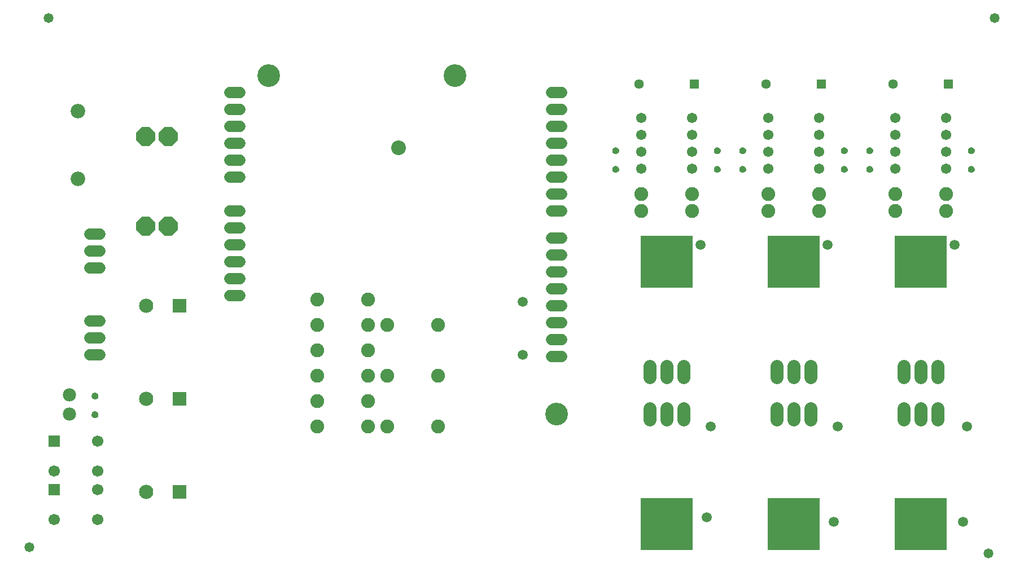
<source format=gbr>
G04 EAGLE Gerber RS-274X export*
G75*
%MOMM*%
%FSLAX34Y34*%
%LPD*%
%INSoldermask Top*%
%IPPOS*%
%AMOC8*
5,1,8,0,0,1.08239X$1,22.5*%
G01*
%ADD10C,1.473200*%
%ADD11C,1.727200*%
%ADD12C,1.546600*%
%ADD13C,3.403200*%
%ADD14C,2.203200*%
%ADD15R,1.441200X1.441200*%
%ADD16C,1.441200*%
%ADD17C,2.082800*%
%ADD18C,1.701200*%
%ADD19R,1.701200X1.701200*%
%ADD20C,1.917700*%
%ADD21R,7.823200X7.823200*%
%ADD22P,3.061215X8X292.500000*%
%ADD23C,2.184400*%
%ADD24C,2.133600*%
%ADD25R,2.133600X2.133600*%
%ADD26C,1.981200*%
%ADD27C,1.503200*%

G36*
X1017011Y783791D02*
X1017011Y783791D01*
X1017060Y783805D01*
X1017150Y783821D01*
X1018106Y784137D01*
X1018151Y784161D01*
X1018235Y784197D01*
X1019096Y784718D01*
X1019134Y784751D01*
X1019209Y784804D01*
X1019933Y785504D01*
X1019962Y785545D01*
X1020023Y785614D01*
X1020573Y786457D01*
X1020593Y786503D01*
X1020637Y786584D01*
X1020985Y787528D01*
X1020994Y787578D01*
X1021019Y787666D01*
X1021149Y788664D01*
X1021147Y788707D01*
X1021148Y788833D01*
X1021009Y789844D01*
X1020993Y789892D01*
X1020974Y789982D01*
X1020612Y790937D01*
X1020586Y790980D01*
X1020548Y791064D01*
X1019983Y791914D01*
X1019948Y791951D01*
X1019891Y792023D01*
X1019152Y792727D01*
X1019109Y792755D01*
X1019038Y792813D01*
X1018160Y793334D01*
X1018113Y793352D01*
X1018031Y793393D01*
X1017059Y793706D01*
X1017009Y793713D01*
X1016920Y793734D01*
X1015902Y793823D01*
X1015852Y793818D01*
X1015761Y793819D01*
X1014797Y793688D01*
X1014749Y793672D01*
X1014660Y793653D01*
X1013749Y793311D01*
X1013706Y793285D01*
X1013623Y793246D01*
X1012811Y792709D01*
X1012775Y792674D01*
X1012702Y792618D01*
X1012030Y791914D01*
X1012003Y791872D01*
X1011944Y791801D01*
X1011446Y790966D01*
X1011428Y790918D01*
X1011388Y790836D01*
X1011088Y789911D01*
X1011081Y789860D01*
X1011059Y789771D01*
X1010973Y788802D01*
X1010977Y788755D01*
X1010974Y788680D01*
X1011076Y787704D01*
X1011090Y787656D01*
X1011106Y787566D01*
X1011422Y786637D01*
X1011447Y786593D01*
X1011483Y786508D01*
X1011997Y785673D01*
X1012031Y785636D01*
X1012085Y785561D01*
X1012773Y784862D01*
X1012814Y784832D01*
X1012883Y784772D01*
X1013710Y784243D01*
X1013756Y784224D01*
X1013837Y784180D01*
X1014760Y783848D01*
X1014810Y783840D01*
X1014899Y783815D01*
X1015873Y783697D01*
X1015923Y783700D01*
X1016009Y783696D01*
X1017011Y783791D01*
G37*
G36*
X1055111Y783791D02*
X1055111Y783791D01*
X1055160Y783805D01*
X1055250Y783821D01*
X1056206Y784137D01*
X1056251Y784161D01*
X1056335Y784197D01*
X1057196Y784718D01*
X1057234Y784751D01*
X1057309Y784804D01*
X1058033Y785504D01*
X1058062Y785545D01*
X1058123Y785614D01*
X1058673Y786457D01*
X1058693Y786503D01*
X1058737Y786584D01*
X1059085Y787528D01*
X1059094Y787578D01*
X1059119Y787666D01*
X1059249Y788664D01*
X1059247Y788707D01*
X1059248Y788833D01*
X1059109Y789844D01*
X1059093Y789892D01*
X1059074Y789982D01*
X1058712Y790937D01*
X1058686Y790980D01*
X1058648Y791064D01*
X1058083Y791914D01*
X1058048Y791951D01*
X1057991Y792023D01*
X1057252Y792727D01*
X1057209Y792755D01*
X1057138Y792813D01*
X1056260Y793334D01*
X1056213Y793352D01*
X1056131Y793393D01*
X1055159Y793706D01*
X1055109Y793713D01*
X1055020Y793734D01*
X1054002Y793823D01*
X1053952Y793818D01*
X1053861Y793819D01*
X1052897Y793688D01*
X1052849Y793672D01*
X1052760Y793653D01*
X1051849Y793311D01*
X1051806Y793285D01*
X1051723Y793246D01*
X1050911Y792709D01*
X1050875Y792674D01*
X1050802Y792618D01*
X1050130Y791914D01*
X1050103Y791872D01*
X1050044Y791801D01*
X1049546Y790966D01*
X1049528Y790918D01*
X1049488Y790836D01*
X1049188Y789911D01*
X1049181Y789860D01*
X1049159Y789771D01*
X1049073Y788802D01*
X1049077Y788755D01*
X1049074Y788680D01*
X1049176Y787704D01*
X1049190Y787656D01*
X1049206Y787566D01*
X1049522Y786637D01*
X1049547Y786593D01*
X1049583Y786508D01*
X1050097Y785673D01*
X1050131Y785636D01*
X1050185Y785561D01*
X1050873Y784862D01*
X1050914Y784832D01*
X1050983Y784772D01*
X1051810Y784243D01*
X1051856Y784224D01*
X1051937Y784180D01*
X1052860Y783848D01*
X1052910Y783840D01*
X1052999Y783815D01*
X1053973Y783697D01*
X1054023Y783700D01*
X1054109Y783696D01*
X1055111Y783791D01*
G37*
G36*
X864611Y783791D02*
X864611Y783791D01*
X864660Y783805D01*
X864750Y783821D01*
X865706Y784137D01*
X865751Y784161D01*
X865835Y784197D01*
X866696Y784718D01*
X866734Y784751D01*
X866809Y784804D01*
X867533Y785504D01*
X867562Y785545D01*
X867623Y785614D01*
X868173Y786457D01*
X868193Y786503D01*
X868237Y786584D01*
X868585Y787528D01*
X868594Y787578D01*
X868619Y787666D01*
X868749Y788664D01*
X868747Y788707D01*
X868748Y788833D01*
X868609Y789844D01*
X868593Y789892D01*
X868574Y789982D01*
X868212Y790937D01*
X868186Y790980D01*
X868148Y791064D01*
X867583Y791914D01*
X867548Y791951D01*
X867491Y792023D01*
X866752Y792727D01*
X866709Y792755D01*
X866638Y792813D01*
X865760Y793334D01*
X865713Y793352D01*
X865631Y793393D01*
X864659Y793706D01*
X864609Y793713D01*
X864520Y793734D01*
X863502Y793823D01*
X863452Y793818D01*
X863361Y793819D01*
X862397Y793688D01*
X862349Y793672D01*
X862260Y793653D01*
X861349Y793311D01*
X861306Y793285D01*
X861223Y793246D01*
X860411Y792709D01*
X860375Y792674D01*
X860302Y792618D01*
X859630Y791914D01*
X859603Y791872D01*
X859544Y791801D01*
X859046Y790966D01*
X859028Y790918D01*
X858988Y790836D01*
X858688Y789911D01*
X858681Y789860D01*
X858659Y789771D01*
X858573Y788802D01*
X858577Y788755D01*
X858574Y788680D01*
X858676Y787704D01*
X858690Y787656D01*
X858706Y787566D01*
X859022Y786637D01*
X859047Y786593D01*
X859083Y786508D01*
X859597Y785673D01*
X859631Y785636D01*
X859685Y785561D01*
X860373Y784862D01*
X860414Y784832D01*
X860483Y784772D01*
X861310Y784243D01*
X861356Y784224D01*
X861437Y784180D01*
X862360Y783848D01*
X862410Y783840D01*
X862499Y783815D01*
X863473Y783697D01*
X863523Y783700D01*
X863609Y783696D01*
X864611Y783791D01*
G37*
G36*
X1398011Y783791D02*
X1398011Y783791D01*
X1398060Y783805D01*
X1398150Y783821D01*
X1399106Y784137D01*
X1399151Y784161D01*
X1399235Y784197D01*
X1400096Y784718D01*
X1400134Y784751D01*
X1400209Y784804D01*
X1400933Y785504D01*
X1400962Y785545D01*
X1401023Y785614D01*
X1401573Y786457D01*
X1401593Y786503D01*
X1401637Y786584D01*
X1401985Y787528D01*
X1401994Y787578D01*
X1402019Y787666D01*
X1402149Y788664D01*
X1402147Y788707D01*
X1402148Y788833D01*
X1402009Y789844D01*
X1401993Y789892D01*
X1401974Y789982D01*
X1401612Y790937D01*
X1401586Y790980D01*
X1401548Y791064D01*
X1400983Y791914D01*
X1400948Y791951D01*
X1400891Y792023D01*
X1400152Y792727D01*
X1400109Y792755D01*
X1400038Y792813D01*
X1399160Y793334D01*
X1399113Y793352D01*
X1399031Y793393D01*
X1398059Y793706D01*
X1398009Y793713D01*
X1397920Y793734D01*
X1396902Y793823D01*
X1396852Y793818D01*
X1396761Y793819D01*
X1395797Y793688D01*
X1395749Y793672D01*
X1395660Y793653D01*
X1394749Y793311D01*
X1394706Y793285D01*
X1394623Y793246D01*
X1393811Y792709D01*
X1393775Y792674D01*
X1393702Y792618D01*
X1393030Y791914D01*
X1393003Y791872D01*
X1392944Y791801D01*
X1392446Y790966D01*
X1392428Y790918D01*
X1392388Y790836D01*
X1392088Y789911D01*
X1392081Y789860D01*
X1392059Y789771D01*
X1391973Y788802D01*
X1391977Y788755D01*
X1391974Y788680D01*
X1392076Y787704D01*
X1392090Y787656D01*
X1392106Y787566D01*
X1392422Y786637D01*
X1392447Y786593D01*
X1392483Y786508D01*
X1392997Y785673D01*
X1393031Y785636D01*
X1393085Y785561D01*
X1393773Y784862D01*
X1393814Y784832D01*
X1393883Y784772D01*
X1394710Y784243D01*
X1394756Y784224D01*
X1394837Y784180D01*
X1395760Y783848D01*
X1395810Y783840D01*
X1395899Y783815D01*
X1396873Y783697D01*
X1396923Y783700D01*
X1397009Y783696D01*
X1398011Y783791D01*
G37*
G36*
X1207511Y783791D02*
X1207511Y783791D01*
X1207560Y783805D01*
X1207650Y783821D01*
X1208606Y784137D01*
X1208651Y784161D01*
X1208735Y784197D01*
X1209596Y784718D01*
X1209634Y784751D01*
X1209709Y784804D01*
X1210433Y785504D01*
X1210462Y785545D01*
X1210523Y785614D01*
X1211073Y786457D01*
X1211093Y786503D01*
X1211137Y786584D01*
X1211485Y787528D01*
X1211494Y787578D01*
X1211519Y787666D01*
X1211649Y788664D01*
X1211647Y788707D01*
X1211648Y788833D01*
X1211509Y789844D01*
X1211493Y789892D01*
X1211474Y789982D01*
X1211112Y790937D01*
X1211086Y790980D01*
X1211048Y791064D01*
X1210483Y791914D01*
X1210448Y791951D01*
X1210391Y792023D01*
X1209652Y792727D01*
X1209609Y792755D01*
X1209538Y792813D01*
X1208660Y793334D01*
X1208613Y793352D01*
X1208531Y793393D01*
X1207559Y793706D01*
X1207509Y793713D01*
X1207420Y793734D01*
X1206402Y793823D01*
X1206352Y793818D01*
X1206261Y793819D01*
X1205297Y793688D01*
X1205249Y793672D01*
X1205160Y793653D01*
X1204249Y793311D01*
X1204206Y793285D01*
X1204123Y793246D01*
X1203311Y792709D01*
X1203275Y792674D01*
X1203202Y792618D01*
X1202530Y791914D01*
X1202503Y791872D01*
X1202444Y791801D01*
X1201946Y790966D01*
X1201928Y790918D01*
X1201888Y790836D01*
X1201588Y789911D01*
X1201581Y789860D01*
X1201559Y789771D01*
X1201473Y788802D01*
X1201477Y788755D01*
X1201474Y788680D01*
X1201576Y787704D01*
X1201590Y787656D01*
X1201606Y787566D01*
X1201922Y786637D01*
X1201947Y786593D01*
X1201983Y786508D01*
X1202497Y785673D01*
X1202531Y785636D01*
X1202585Y785561D01*
X1203273Y784862D01*
X1203314Y784832D01*
X1203383Y784772D01*
X1204210Y784243D01*
X1204256Y784224D01*
X1204337Y784180D01*
X1205260Y783848D01*
X1205310Y783840D01*
X1205399Y783815D01*
X1206373Y783697D01*
X1206423Y783700D01*
X1206509Y783696D01*
X1207511Y783791D01*
G37*
G36*
X1245611Y783791D02*
X1245611Y783791D01*
X1245660Y783805D01*
X1245750Y783821D01*
X1246706Y784137D01*
X1246751Y784161D01*
X1246835Y784197D01*
X1247696Y784718D01*
X1247734Y784751D01*
X1247809Y784804D01*
X1248533Y785504D01*
X1248562Y785545D01*
X1248623Y785614D01*
X1249173Y786457D01*
X1249193Y786503D01*
X1249237Y786584D01*
X1249585Y787528D01*
X1249594Y787578D01*
X1249619Y787666D01*
X1249749Y788664D01*
X1249747Y788707D01*
X1249748Y788833D01*
X1249609Y789844D01*
X1249593Y789892D01*
X1249574Y789982D01*
X1249212Y790937D01*
X1249186Y790980D01*
X1249148Y791064D01*
X1248583Y791914D01*
X1248548Y791951D01*
X1248491Y792023D01*
X1247752Y792727D01*
X1247709Y792755D01*
X1247638Y792813D01*
X1246760Y793334D01*
X1246713Y793352D01*
X1246631Y793393D01*
X1245659Y793706D01*
X1245609Y793713D01*
X1245520Y793734D01*
X1244502Y793823D01*
X1244452Y793818D01*
X1244361Y793819D01*
X1243397Y793688D01*
X1243349Y793672D01*
X1243260Y793653D01*
X1242349Y793311D01*
X1242306Y793285D01*
X1242223Y793246D01*
X1241411Y792709D01*
X1241375Y792674D01*
X1241302Y792618D01*
X1240630Y791914D01*
X1240603Y791872D01*
X1240544Y791801D01*
X1240046Y790966D01*
X1240028Y790918D01*
X1239988Y790836D01*
X1239688Y789911D01*
X1239681Y789860D01*
X1239659Y789771D01*
X1239573Y788802D01*
X1239577Y788755D01*
X1239574Y788680D01*
X1239676Y787704D01*
X1239690Y787656D01*
X1239706Y787566D01*
X1240022Y786637D01*
X1240047Y786593D01*
X1240083Y786508D01*
X1240597Y785673D01*
X1240631Y785636D01*
X1240685Y785561D01*
X1241373Y784862D01*
X1241414Y784832D01*
X1241483Y784772D01*
X1242310Y784243D01*
X1242356Y784224D01*
X1242437Y784180D01*
X1243360Y783848D01*
X1243410Y783840D01*
X1243499Y783815D01*
X1244473Y783697D01*
X1244523Y783700D01*
X1244609Y783696D01*
X1245611Y783791D01*
G37*
G36*
X1017011Y755800D02*
X1017011Y755800D01*
X1017060Y755814D01*
X1017150Y755830D01*
X1018106Y756146D01*
X1018151Y756170D01*
X1018235Y756206D01*
X1019096Y756727D01*
X1019134Y756760D01*
X1019209Y756813D01*
X1019933Y757513D01*
X1019962Y757554D01*
X1020023Y757623D01*
X1020573Y758466D01*
X1020593Y758512D01*
X1020637Y758593D01*
X1020985Y759537D01*
X1020994Y759587D01*
X1021019Y759675D01*
X1021149Y760673D01*
X1021147Y760716D01*
X1021148Y760842D01*
X1021009Y761853D01*
X1020993Y761901D01*
X1020974Y761991D01*
X1020612Y762946D01*
X1020586Y762989D01*
X1020548Y763073D01*
X1019983Y763923D01*
X1019948Y763960D01*
X1019891Y764032D01*
X1019152Y764736D01*
X1019109Y764764D01*
X1019038Y764822D01*
X1018160Y765343D01*
X1018113Y765361D01*
X1018031Y765402D01*
X1017059Y765715D01*
X1017009Y765722D01*
X1016920Y765743D01*
X1015902Y765832D01*
X1015852Y765827D01*
X1015761Y765828D01*
X1014797Y765697D01*
X1014749Y765681D01*
X1014660Y765662D01*
X1013749Y765320D01*
X1013706Y765294D01*
X1013623Y765255D01*
X1012811Y764718D01*
X1012775Y764683D01*
X1012702Y764627D01*
X1012030Y763923D01*
X1012003Y763881D01*
X1011944Y763810D01*
X1011446Y762975D01*
X1011428Y762927D01*
X1011388Y762845D01*
X1011088Y761920D01*
X1011081Y761869D01*
X1011059Y761780D01*
X1010973Y760811D01*
X1010977Y760764D01*
X1010974Y760689D01*
X1011076Y759713D01*
X1011090Y759665D01*
X1011106Y759575D01*
X1011422Y758646D01*
X1011447Y758602D01*
X1011483Y758517D01*
X1011997Y757682D01*
X1012031Y757645D01*
X1012085Y757570D01*
X1012773Y756871D01*
X1012814Y756841D01*
X1012883Y756781D01*
X1013710Y756252D01*
X1013756Y756233D01*
X1013837Y756189D01*
X1014760Y755857D01*
X1014810Y755849D01*
X1014899Y755824D01*
X1015873Y755706D01*
X1015923Y755709D01*
X1016009Y755705D01*
X1017011Y755800D01*
G37*
G36*
X1398011Y755800D02*
X1398011Y755800D01*
X1398060Y755814D01*
X1398150Y755830D01*
X1399106Y756146D01*
X1399151Y756170D01*
X1399235Y756206D01*
X1400096Y756727D01*
X1400134Y756760D01*
X1400209Y756813D01*
X1400933Y757513D01*
X1400962Y757554D01*
X1401023Y757623D01*
X1401573Y758466D01*
X1401593Y758512D01*
X1401637Y758593D01*
X1401985Y759537D01*
X1401994Y759587D01*
X1402019Y759675D01*
X1402149Y760673D01*
X1402147Y760716D01*
X1402148Y760842D01*
X1402009Y761853D01*
X1401993Y761901D01*
X1401974Y761991D01*
X1401612Y762946D01*
X1401586Y762989D01*
X1401548Y763073D01*
X1400983Y763923D01*
X1400948Y763960D01*
X1400891Y764032D01*
X1400152Y764736D01*
X1400109Y764764D01*
X1400038Y764822D01*
X1399160Y765343D01*
X1399113Y765361D01*
X1399031Y765402D01*
X1398059Y765715D01*
X1398009Y765722D01*
X1397920Y765743D01*
X1396902Y765832D01*
X1396852Y765827D01*
X1396761Y765828D01*
X1395797Y765697D01*
X1395749Y765681D01*
X1395660Y765662D01*
X1394749Y765320D01*
X1394706Y765294D01*
X1394623Y765255D01*
X1393811Y764718D01*
X1393775Y764683D01*
X1393702Y764627D01*
X1393030Y763923D01*
X1393003Y763881D01*
X1392944Y763810D01*
X1392446Y762975D01*
X1392428Y762927D01*
X1392388Y762845D01*
X1392088Y761920D01*
X1392081Y761869D01*
X1392059Y761780D01*
X1391973Y760811D01*
X1391977Y760764D01*
X1391974Y760689D01*
X1392076Y759713D01*
X1392090Y759665D01*
X1392106Y759575D01*
X1392422Y758646D01*
X1392447Y758602D01*
X1392483Y758517D01*
X1392997Y757682D01*
X1393031Y757645D01*
X1393085Y757570D01*
X1393773Y756871D01*
X1393814Y756841D01*
X1393883Y756781D01*
X1394710Y756252D01*
X1394756Y756233D01*
X1394837Y756189D01*
X1395760Y755857D01*
X1395810Y755849D01*
X1395899Y755824D01*
X1396873Y755706D01*
X1396923Y755709D01*
X1397009Y755705D01*
X1398011Y755800D01*
G37*
G36*
X1207511Y755800D02*
X1207511Y755800D01*
X1207560Y755814D01*
X1207650Y755830D01*
X1208606Y756146D01*
X1208651Y756170D01*
X1208735Y756206D01*
X1209596Y756727D01*
X1209634Y756760D01*
X1209709Y756813D01*
X1210433Y757513D01*
X1210462Y757554D01*
X1210523Y757623D01*
X1211073Y758466D01*
X1211093Y758512D01*
X1211137Y758593D01*
X1211485Y759537D01*
X1211494Y759587D01*
X1211519Y759675D01*
X1211649Y760673D01*
X1211647Y760716D01*
X1211648Y760842D01*
X1211509Y761853D01*
X1211493Y761901D01*
X1211474Y761991D01*
X1211112Y762946D01*
X1211086Y762989D01*
X1211048Y763073D01*
X1210483Y763923D01*
X1210448Y763960D01*
X1210391Y764032D01*
X1209652Y764736D01*
X1209609Y764764D01*
X1209538Y764822D01*
X1208660Y765343D01*
X1208613Y765361D01*
X1208531Y765402D01*
X1207559Y765715D01*
X1207509Y765722D01*
X1207420Y765743D01*
X1206402Y765832D01*
X1206352Y765827D01*
X1206261Y765828D01*
X1205297Y765697D01*
X1205249Y765681D01*
X1205160Y765662D01*
X1204249Y765320D01*
X1204206Y765294D01*
X1204123Y765255D01*
X1203311Y764718D01*
X1203275Y764683D01*
X1203202Y764627D01*
X1202530Y763923D01*
X1202503Y763881D01*
X1202444Y763810D01*
X1201946Y762975D01*
X1201928Y762927D01*
X1201888Y762845D01*
X1201588Y761920D01*
X1201581Y761869D01*
X1201559Y761780D01*
X1201473Y760811D01*
X1201477Y760764D01*
X1201474Y760689D01*
X1201576Y759713D01*
X1201590Y759665D01*
X1201606Y759575D01*
X1201922Y758646D01*
X1201947Y758602D01*
X1201983Y758517D01*
X1202497Y757682D01*
X1202531Y757645D01*
X1202585Y757570D01*
X1203273Y756871D01*
X1203314Y756841D01*
X1203383Y756781D01*
X1204210Y756252D01*
X1204256Y756233D01*
X1204337Y756189D01*
X1205260Y755857D01*
X1205310Y755849D01*
X1205399Y755824D01*
X1206373Y755706D01*
X1206423Y755709D01*
X1206509Y755705D01*
X1207511Y755800D01*
G37*
G36*
X864611Y755800D02*
X864611Y755800D01*
X864660Y755814D01*
X864750Y755830D01*
X865706Y756146D01*
X865751Y756170D01*
X865835Y756206D01*
X866696Y756727D01*
X866734Y756760D01*
X866809Y756813D01*
X867533Y757513D01*
X867562Y757554D01*
X867623Y757623D01*
X868173Y758466D01*
X868193Y758512D01*
X868237Y758593D01*
X868585Y759537D01*
X868594Y759587D01*
X868619Y759675D01*
X868749Y760673D01*
X868747Y760716D01*
X868748Y760842D01*
X868609Y761853D01*
X868593Y761901D01*
X868574Y761991D01*
X868212Y762946D01*
X868186Y762989D01*
X868148Y763073D01*
X867583Y763923D01*
X867548Y763960D01*
X867491Y764032D01*
X866752Y764736D01*
X866709Y764764D01*
X866638Y764822D01*
X865760Y765343D01*
X865713Y765361D01*
X865631Y765402D01*
X864659Y765715D01*
X864609Y765722D01*
X864520Y765743D01*
X863502Y765832D01*
X863452Y765827D01*
X863361Y765828D01*
X862397Y765697D01*
X862349Y765681D01*
X862260Y765662D01*
X861349Y765320D01*
X861306Y765294D01*
X861223Y765255D01*
X860411Y764718D01*
X860375Y764683D01*
X860302Y764627D01*
X859630Y763923D01*
X859603Y763881D01*
X859544Y763810D01*
X859046Y762975D01*
X859028Y762927D01*
X858988Y762845D01*
X858688Y761920D01*
X858681Y761869D01*
X858659Y761780D01*
X858573Y760811D01*
X858577Y760764D01*
X858574Y760689D01*
X858676Y759713D01*
X858690Y759665D01*
X858706Y759575D01*
X859022Y758646D01*
X859047Y758602D01*
X859083Y758517D01*
X859597Y757682D01*
X859631Y757645D01*
X859685Y757570D01*
X860373Y756871D01*
X860414Y756841D01*
X860483Y756781D01*
X861310Y756252D01*
X861356Y756233D01*
X861437Y756189D01*
X862360Y755857D01*
X862410Y755849D01*
X862499Y755824D01*
X863473Y755706D01*
X863523Y755709D01*
X863609Y755705D01*
X864611Y755800D01*
G37*
G36*
X1055111Y755800D02*
X1055111Y755800D01*
X1055160Y755814D01*
X1055250Y755830D01*
X1056206Y756146D01*
X1056251Y756170D01*
X1056335Y756206D01*
X1057196Y756727D01*
X1057234Y756760D01*
X1057309Y756813D01*
X1058033Y757513D01*
X1058062Y757554D01*
X1058123Y757623D01*
X1058673Y758466D01*
X1058693Y758512D01*
X1058737Y758593D01*
X1059085Y759537D01*
X1059094Y759587D01*
X1059119Y759675D01*
X1059249Y760673D01*
X1059247Y760716D01*
X1059248Y760842D01*
X1059109Y761853D01*
X1059093Y761901D01*
X1059074Y761991D01*
X1058712Y762946D01*
X1058686Y762989D01*
X1058648Y763073D01*
X1058083Y763923D01*
X1058048Y763960D01*
X1057991Y764032D01*
X1057252Y764736D01*
X1057209Y764764D01*
X1057138Y764822D01*
X1056260Y765343D01*
X1056213Y765361D01*
X1056131Y765402D01*
X1055159Y765715D01*
X1055109Y765722D01*
X1055020Y765743D01*
X1054002Y765832D01*
X1053952Y765827D01*
X1053861Y765828D01*
X1052897Y765697D01*
X1052849Y765681D01*
X1052760Y765662D01*
X1051849Y765320D01*
X1051806Y765294D01*
X1051723Y765255D01*
X1050911Y764718D01*
X1050875Y764683D01*
X1050802Y764627D01*
X1050130Y763923D01*
X1050103Y763881D01*
X1050044Y763810D01*
X1049546Y762975D01*
X1049528Y762927D01*
X1049488Y762845D01*
X1049188Y761920D01*
X1049181Y761869D01*
X1049159Y761780D01*
X1049073Y760811D01*
X1049077Y760764D01*
X1049074Y760689D01*
X1049176Y759713D01*
X1049190Y759665D01*
X1049206Y759575D01*
X1049522Y758646D01*
X1049547Y758602D01*
X1049583Y758517D01*
X1050097Y757682D01*
X1050131Y757645D01*
X1050185Y757570D01*
X1050873Y756871D01*
X1050914Y756841D01*
X1050983Y756781D01*
X1051810Y756252D01*
X1051856Y756233D01*
X1051937Y756189D01*
X1052860Y755857D01*
X1052910Y755849D01*
X1052999Y755824D01*
X1053973Y755706D01*
X1054023Y755709D01*
X1054109Y755705D01*
X1055111Y755800D01*
G37*
G36*
X1245611Y755800D02*
X1245611Y755800D01*
X1245660Y755814D01*
X1245750Y755830D01*
X1246706Y756146D01*
X1246751Y756170D01*
X1246835Y756206D01*
X1247696Y756727D01*
X1247734Y756760D01*
X1247809Y756813D01*
X1248533Y757513D01*
X1248562Y757554D01*
X1248623Y757623D01*
X1249173Y758466D01*
X1249193Y758512D01*
X1249237Y758593D01*
X1249585Y759537D01*
X1249594Y759587D01*
X1249619Y759675D01*
X1249749Y760673D01*
X1249747Y760716D01*
X1249748Y760842D01*
X1249609Y761853D01*
X1249593Y761901D01*
X1249574Y761991D01*
X1249212Y762946D01*
X1249186Y762989D01*
X1249148Y763073D01*
X1248583Y763923D01*
X1248548Y763960D01*
X1248491Y764032D01*
X1247752Y764736D01*
X1247709Y764764D01*
X1247638Y764822D01*
X1246760Y765343D01*
X1246713Y765361D01*
X1246631Y765402D01*
X1245659Y765715D01*
X1245609Y765722D01*
X1245520Y765743D01*
X1244502Y765832D01*
X1244452Y765827D01*
X1244361Y765828D01*
X1243397Y765697D01*
X1243349Y765681D01*
X1243260Y765662D01*
X1242349Y765320D01*
X1242306Y765294D01*
X1242223Y765255D01*
X1241411Y764718D01*
X1241375Y764683D01*
X1241302Y764627D01*
X1240630Y763923D01*
X1240603Y763881D01*
X1240544Y763810D01*
X1240046Y762975D01*
X1240028Y762927D01*
X1239988Y762845D01*
X1239688Y761920D01*
X1239681Y761869D01*
X1239659Y761780D01*
X1239573Y760811D01*
X1239577Y760764D01*
X1239574Y760689D01*
X1239676Y759713D01*
X1239690Y759665D01*
X1239706Y759575D01*
X1240022Y758646D01*
X1240047Y758602D01*
X1240083Y758517D01*
X1240597Y757682D01*
X1240631Y757645D01*
X1240685Y757570D01*
X1241373Y756871D01*
X1241414Y756841D01*
X1241483Y756781D01*
X1242310Y756252D01*
X1242356Y756233D01*
X1242437Y756189D01*
X1243360Y755857D01*
X1243410Y755849D01*
X1243499Y755824D01*
X1244473Y755706D01*
X1244523Y755709D01*
X1244609Y755705D01*
X1245611Y755800D01*
G37*
G36*
X83561Y415491D02*
X83561Y415491D01*
X83610Y415505D01*
X83700Y415521D01*
X84656Y415837D01*
X84701Y415861D01*
X84785Y415897D01*
X85646Y416418D01*
X85684Y416451D01*
X85759Y416504D01*
X86483Y417204D01*
X86512Y417245D01*
X86573Y417314D01*
X87123Y418157D01*
X87143Y418203D01*
X87187Y418284D01*
X87535Y419228D01*
X87544Y419278D01*
X87569Y419366D01*
X87699Y420364D01*
X87697Y420407D01*
X87698Y420533D01*
X87559Y421544D01*
X87543Y421592D01*
X87524Y421682D01*
X87162Y422637D01*
X87136Y422680D01*
X87098Y422764D01*
X86533Y423614D01*
X86498Y423651D01*
X86441Y423723D01*
X85702Y424427D01*
X85659Y424455D01*
X85588Y424513D01*
X84710Y425034D01*
X84663Y425052D01*
X84581Y425093D01*
X83609Y425406D01*
X83559Y425413D01*
X83470Y425434D01*
X82452Y425523D01*
X82402Y425518D01*
X82311Y425519D01*
X81347Y425388D01*
X81299Y425372D01*
X81210Y425353D01*
X80299Y425011D01*
X80256Y424985D01*
X80173Y424946D01*
X79361Y424409D01*
X79325Y424374D01*
X79252Y424318D01*
X78580Y423614D01*
X78553Y423572D01*
X78494Y423501D01*
X77996Y422666D01*
X77978Y422618D01*
X77938Y422536D01*
X77638Y421611D01*
X77631Y421560D01*
X77609Y421471D01*
X77523Y420502D01*
X77527Y420455D01*
X77524Y420380D01*
X77626Y419404D01*
X77640Y419356D01*
X77656Y419266D01*
X77972Y418337D01*
X77997Y418293D01*
X78033Y418208D01*
X78547Y417373D01*
X78581Y417336D01*
X78635Y417261D01*
X79323Y416562D01*
X79364Y416532D01*
X79433Y416472D01*
X80260Y415943D01*
X80306Y415924D01*
X80387Y415880D01*
X81310Y415548D01*
X81360Y415540D01*
X81449Y415515D01*
X82423Y415397D01*
X82473Y415400D01*
X82559Y415396D01*
X83561Y415491D01*
G37*
G36*
X83561Y387500D02*
X83561Y387500D01*
X83610Y387514D01*
X83700Y387530D01*
X84656Y387846D01*
X84701Y387870D01*
X84785Y387906D01*
X85646Y388427D01*
X85684Y388460D01*
X85759Y388513D01*
X86483Y389213D01*
X86512Y389254D01*
X86573Y389323D01*
X87123Y390166D01*
X87143Y390212D01*
X87187Y390293D01*
X87535Y391237D01*
X87544Y391287D01*
X87569Y391375D01*
X87699Y392373D01*
X87697Y392416D01*
X87698Y392542D01*
X87559Y393553D01*
X87543Y393601D01*
X87524Y393691D01*
X87162Y394646D01*
X87136Y394689D01*
X87098Y394773D01*
X86533Y395623D01*
X86498Y395660D01*
X86441Y395732D01*
X85702Y396436D01*
X85659Y396464D01*
X85588Y396522D01*
X84710Y397043D01*
X84663Y397061D01*
X84581Y397102D01*
X83609Y397415D01*
X83559Y397422D01*
X83470Y397443D01*
X82452Y397532D01*
X82402Y397527D01*
X82311Y397528D01*
X81347Y397397D01*
X81299Y397381D01*
X81210Y397362D01*
X80299Y397020D01*
X80256Y396994D01*
X80173Y396955D01*
X79361Y396418D01*
X79325Y396383D01*
X79252Y396327D01*
X78580Y395623D01*
X78553Y395581D01*
X78494Y395510D01*
X77996Y394675D01*
X77978Y394627D01*
X77938Y394545D01*
X77638Y393620D01*
X77631Y393569D01*
X77609Y393480D01*
X77523Y392511D01*
X77527Y392464D01*
X77524Y392389D01*
X77626Y391413D01*
X77640Y391365D01*
X77656Y391275D01*
X77972Y390346D01*
X77997Y390302D01*
X78033Y390217D01*
X78547Y389382D01*
X78581Y389345D01*
X78635Y389270D01*
X79323Y388571D01*
X79364Y388541D01*
X79433Y388481D01*
X80260Y387952D01*
X80306Y387933D01*
X80387Y387889D01*
X81310Y387557D01*
X81360Y387549D01*
X81449Y387524D01*
X82423Y387406D01*
X82473Y387409D01*
X82559Y387405D01*
X83561Y387500D01*
G37*
D10*
X-15875Y193675D03*
X12700Y987425D03*
X1422400Y184150D03*
X1431925Y987425D03*
D11*
X90170Y663575D02*
X74930Y663575D01*
X74930Y638175D02*
X90170Y638175D01*
X90170Y612775D02*
X74930Y612775D01*
D12*
X1282700Y838200D03*
X1282700Y812800D03*
X1282700Y787400D03*
X1282700Y762000D03*
X1358900Y762000D03*
X1358900Y787400D03*
X1358900Y812800D03*
X1358900Y838200D03*
D11*
X782320Y480060D02*
X767080Y480060D01*
X767080Y505460D02*
X782320Y505460D01*
X782320Y530860D02*
X767080Y530860D01*
X767080Y556260D02*
X782320Y556260D01*
X782320Y581660D02*
X767080Y581660D01*
X767080Y607060D02*
X782320Y607060D01*
X782320Y632460D02*
X767080Y632460D01*
X767080Y657860D02*
X782320Y657860D01*
X782320Y698500D02*
X767080Y698500D01*
X767080Y723900D02*
X782320Y723900D01*
X782320Y749300D02*
X767080Y749300D01*
X767080Y774700D02*
X782320Y774700D01*
X782320Y800100D02*
X767080Y800100D01*
X767080Y825500D02*
X782320Y825500D01*
X782320Y850900D02*
X767080Y850900D01*
X767080Y876300D02*
X782320Y876300D01*
X299720Y571500D02*
X284480Y571500D01*
X284480Y596900D02*
X299720Y596900D01*
X299720Y622300D02*
X284480Y622300D01*
X284480Y647700D02*
X299720Y647700D01*
X299720Y673100D02*
X284480Y673100D01*
X284480Y698500D02*
X299720Y698500D01*
X299720Y749300D02*
X284480Y749300D01*
X284480Y774700D02*
X299720Y774700D01*
X299720Y800100D02*
X284480Y800100D01*
X284480Y825500D02*
X299720Y825500D01*
X299720Y850900D02*
X284480Y850900D01*
X284480Y876300D02*
X299720Y876300D01*
D13*
X774700Y393700D03*
X622300Y901700D03*
X342900Y901700D03*
D14*
X537838Y792996D03*
D15*
X1362260Y889000D03*
D16*
X1279340Y889000D03*
D17*
X415925Y527050D03*
X492125Y527050D03*
X520700Y527050D03*
X596900Y527050D03*
X415925Y450850D03*
X492125Y450850D03*
X520700Y450850D03*
X596900Y450850D03*
X415925Y374650D03*
X492125Y374650D03*
X520700Y374650D03*
X596900Y374650D03*
X415925Y565150D03*
X492125Y565150D03*
X415925Y488950D03*
X492125Y488950D03*
X415925Y412750D03*
X492125Y412750D03*
D18*
X21475Y234675D03*
D19*
X21475Y279675D03*
D18*
X86475Y234675D03*
X86475Y279675D03*
X21475Y307700D03*
D19*
X21475Y352700D03*
D18*
X86475Y307700D03*
X86475Y352700D03*
D20*
X1295400Y448628D02*
X1295400Y465773D01*
X1320800Y465773D02*
X1320800Y448628D01*
X1346200Y448628D02*
X1346200Y465773D01*
D21*
X1320800Y622300D03*
D20*
X1346200Y402273D02*
X1346200Y385128D01*
X1320800Y385128D02*
X1320800Y402273D01*
X1295400Y402273D02*
X1295400Y385128D01*
D21*
X1320800Y228600D03*
D20*
X1104900Y448628D02*
X1104900Y465773D01*
X1130300Y465773D02*
X1130300Y448628D01*
X1155700Y448628D02*
X1155700Y465773D01*
D21*
X1130300Y622300D03*
D20*
X1155700Y402273D02*
X1155700Y385128D01*
X1130300Y385128D02*
X1130300Y402273D01*
X1104900Y402273D02*
X1104900Y385128D01*
D21*
X1130300Y228600D03*
D20*
X914400Y448628D02*
X914400Y465773D01*
X939800Y465773D02*
X939800Y448628D01*
X965200Y448628D02*
X965200Y465773D01*
D21*
X939800Y622300D03*
D20*
X965200Y402273D02*
X965200Y385128D01*
X939800Y385128D02*
X939800Y402273D01*
X914400Y402273D02*
X914400Y385128D01*
D21*
X939800Y228600D03*
D17*
X1282700Y698500D03*
X1358900Y698500D03*
X1282700Y723900D03*
X1358900Y723900D03*
X1092200Y698500D03*
X1168400Y698500D03*
X1092200Y723900D03*
X1168400Y723900D03*
X901700Y698500D03*
X977900Y698500D03*
X901700Y723900D03*
X977900Y723900D03*
D22*
X192750Y809625D03*
X158750Y809625D03*
X192750Y674925D03*
X158750Y674925D03*
D23*
X57150Y847725D03*
X57150Y746125D03*
D24*
X159150Y555625D03*
D25*
X209150Y555625D03*
D24*
X159150Y415925D03*
D25*
X209150Y415925D03*
D24*
X159150Y276225D03*
D25*
X209150Y276225D03*
D11*
X90170Y533400D02*
X74930Y533400D01*
X74930Y508000D02*
X90170Y508000D01*
X90170Y482600D02*
X74930Y482600D01*
D12*
X1092200Y838200D03*
X1092200Y812800D03*
X1092200Y787400D03*
X1092200Y762000D03*
X1168400Y762000D03*
X1168400Y787400D03*
X1168400Y812800D03*
X1168400Y838200D03*
D15*
X1171760Y889000D03*
D16*
X1088840Y889000D03*
D12*
X901700Y838200D03*
X901700Y812800D03*
X901700Y787400D03*
X901700Y762000D03*
X977900Y762000D03*
X977900Y787400D03*
X977900Y812800D03*
X977900Y838200D03*
D15*
X981260Y889000D03*
D16*
X898340Y889000D03*
D26*
X44450Y393700D03*
D27*
X990600Y647700D03*
X1181100Y647700D03*
X1371600Y647700D03*
D26*
X44450Y422275D03*
D27*
X1390650Y374650D03*
X1384300Y231775D03*
X1006475Y374650D03*
X1000125Y238125D03*
X1196975Y374650D03*
X1190625Y231775D03*
X723900Y561975D03*
X723900Y482600D03*
M02*

</source>
